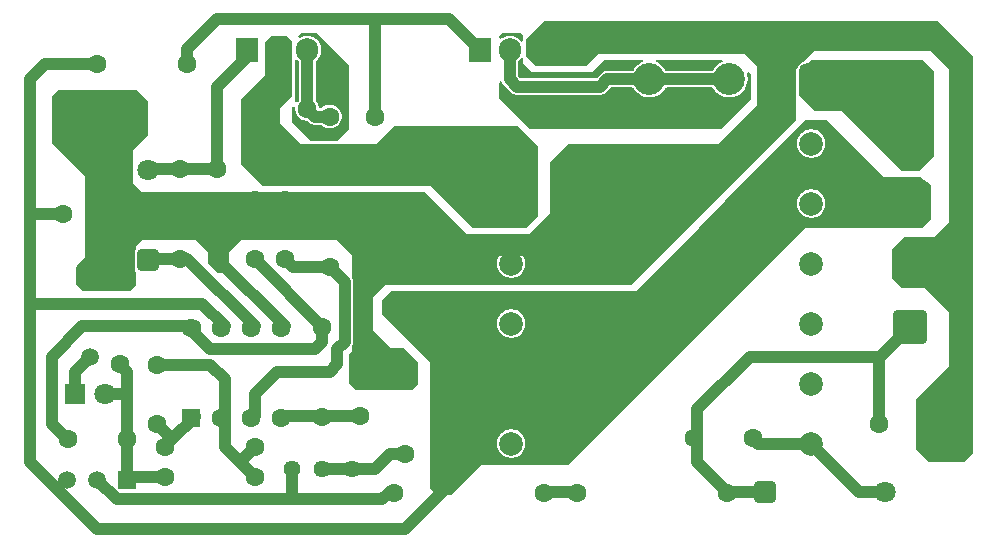
<source format=gbr>
%TF.GenerationSoftware,KiCad,Pcbnew,9.0.6+1*%
%TF.CreationDate,Date%
%TF.ProjectId,StepUp_module_12to450V,53746570-5570-45f6-9d6f-64756c655f31,+ (Unreleased)*%
%TF.SameCoordinates,Original*%
%TF.FileFunction,Copper,L2,Bot*%
%TF.FilePolarity,Positive*%
%FSLAX46Y46*%
G04 Gerber Fmt 4.6, Leading zero omitted, Abs format (unit mm)*
G04 Created by KiCad*
%MOMM*%
%LPD*%
G01*
G04 APERTURE LIST*
G04 Aperture macros list*
%AMRoundRect*
0 Rectangle with rounded corners*
0 $1 Rounding radius*
0 $2 $3 $4 $5 $6 $7 $8 $9 X,Y pos of 4 corners*
0 Add a 4 corners polygon primitive as box body*
4,1,4,$2,$3,$4,$5,$6,$7,$8,$9,$2,$3,0*
0 Add four circle primitives for the rounded corners*
1,1,$1+$1,$2,$3*
1,1,$1+$1,$4,$5*
1,1,$1+$1,$6,$7*
1,1,$1+$1,$8,$9*
0 Add four rect primitives between the rounded corners*
20,1,$1+$1,$2,$3,$4,$5,0*
20,1,$1+$1,$4,$5,$6,$7,0*
20,1,$1+$1,$6,$7,$8,$9,0*
20,1,$1+$1,$8,$9,$2,$3,0*%
G04 Aperture macros list end*
%TA.AperFunction,ComponentPad*%
%ADD10C,1.600000*%
%TD*%
%TA.AperFunction,ComponentPad*%
%ADD11R,1.800000X1.800000*%
%TD*%
%TA.AperFunction,ComponentPad*%
%ADD12C,1.800000*%
%TD*%
%TA.AperFunction,ComponentPad*%
%ADD13RoundRect,0.250001X1.149999X-1.149999X1.149999X1.149999X-1.149999X1.149999X-1.149999X-1.149999X0*%
%TD*%
%TA.AperFunction,ComponentPad*%
%ADD14C,2.800000*%
%TD*%
%TA.AperFunction,ComponentPad*%
%ADD15R,2.000000X2.000000*%
%TD*%
%TA.AperFunction,ComponentPad*%
%ADD16C,2.000000*%
%TD*%
%TA.AperFunction,ComponentPad*%
%ADD17R,1.905000X2.000000*%
%TD*%
%TA.AperFunction,ComponentPad*%
%ADD18O,1.905000X2.000000*%
%TD*%
%TA.AperFunction,ComponentPad*%
%ADD19R,1.500000X1.500000*%
%TD*%
%TA.AperFunction,ComponentPad*%
%ADD20C,1.500000*%
%TD*%
%TA.AperFunction,ComponentPad*%
%ADD21RoundRect,0.250000X0.550000X-0.550000X0.550000X0.550000X-0.550000X0.550000X-0.550000X-0.550000X0*%
%TD*%
%TA.AperFunction,ComponentPad*%
%ADD22RoundRect,0.675000X0.675000X0.675000X-0.675000X0.675000X-0.675000X-0.675000X0.675000X-0.675000X0*%
%TD*%
%TA.AperFunction,ComponentPad*%
%ADD23C,2.700000*%
%TD*%
%TA.AperFunction,ComponentPad*%
%ADD24C,1.440000*%
%TD*%
%TA.AperFunction,ComponentPad*%
%ADD25RoundRect,0.250000X0.650000X-0.650000X0.650000X0.650000X-0.650000X0.650000X-0.650000X-0.650000X0*%
%TD*%
%TA.AperFunction,ComponentPad*%
%ADD26RoundRect,0.250000X-0.650000X-0.650000X0.650000X-0.650000X0.650000X0.650000X-0.650000X0.650000X0*%
%TD*%
%TA.AperFunction,ViaPad*%
%ADD27C,1.500000*%
%TD*%
%TA.AperFunction,Conductor*%
%ADD28C,1.000000*%
%TD*%
G04 APERTURE END LIST*
D10*
%TO.P,C4,1*%
%TO.N,/Block Diagram/Schematic/Isns*%
X118923504Y-76672284D03*
%TO.P,C4,2*%
%TO.N,GND*%
X118923504Y-71672284D03*
%TD*%
%TO.P,R11,1*%
%TO.N,/Block Diagram/Schematic/B*%
X128168400Y-96494600D03*
%TO.P,R11,2*%
%TO.N,Net-(R10-Pad1)*%
X140868400Y-96494600D03*
%TD*%
%TO.P,C1,1*%
%TO.N,/Block Diagram/Schematic/Emm*%
X105588504Y-91952284D03*
%TO.P,C1,2*%
%TO.N,/Block Diagram/Schematic/Vref*%
X100588504Y-91952284D03*
%TD*%
D11*
%TO.P,D3,1,K*%
%TO.N,GND*%
X101143504Y-88142284D03*
D12*
%TO.P,D3,2,A*%
%TO.N,/Block Diagram/Schematic/Emm*%
X103683504Y-88142284D03*
%TD*%
D10*
%TO.P,R10,1*%
%TO.N,Net-(R10-Pad1)*%
X143687800Y-96494600D03*
%TO.P,R10,2*%
%TO.N,/Block Diagram/Schematic/Vout+*%
X156387800Y-96494600D03*
%TD*%
D13*
%TO.P,J1,1,Pin_1*%
%TO.N,/Block Diagram/Schematic/Vout+*%
X171882504Y-82441284D03*
D14*
%TO.P,J1,2,Pin_2*%
%TO.N,GND*%
X171882504Y-77441284D03*
%TO.P,J1,3,Pin_3*%
%TO.N,/Block Diagram/Schematic/Vin+*%
X171882504Y-72441284D03*
%TO.P,J1,4,Pin_4*%
%TO.N,/Block Diagram/Schematic/Vin-*%
X171882504Y-67441284D03*
%TD*%
D10*
%TO.P,R4,1*%
%TO.N,Net-(R4-Pad1)*%
X129083504Y-93222284D03*
%TO.P,R4,2*%
%TO.N,GND*%
X129083504Y-85602284D03*
%TD*%
%TO.P,R5,1*%
%TO.N,/Block Diagram/Schematic/RT_CT*%
X122098504Y-90047284D03*
%TO.P,R5,2*%
%TO.N,/Block Diagram/Schematic/Vref*%
X122098504Y-82427284D03*
%TD*%
%TO.P,C5,1*%
%TO.N,/Block Diagram/Schematic/Vref*%
X116383504Y-76712284D03*
%TO.P,C5,2*%
%TO.N,GND*%
X116383504Y-71712284D03*
%TD*%
%TO.P,C8,1*%
%TO.N,/Block Diagram/Schematic/Vout+*%
X169260827Y-90682284D03*
%TO.P,C8,2*%
%TO.N,GND*%
X174260827Y-90682284D03*
%TD*%
D15*
%TO.P,TR1,1*%
%TO.N,/Block Diagram/Schematic/SW*%
X138100504Y-66933284D03*
D16*
%TO.P,TR1,2*%
X138100504Y-72013284D03*
%TO.P,TR1,3*%
%TO.N,N/C*%
X138100504Y-77093284D03*
%TO.P,TR1,4*%
X138100504Y-82173284D03*
%TO.P,TR1,5*%
%TO.N,/Block Diagram/Schematic/Vin+*%
X138100504Y-87253284D03*
%TO.P,TR1,6*%
%TO.N,N/C*%
X138100504Y-92333284D03*
%TO.P,TR1,7*%
%TO.N,/Block Diagram/Schematic/Out_trafo*%
X163500504Y-92333284D03*
%TO.P,TR1,8*%
%TO.N,N/C*%
X163500504Y-87253284D03*
%TO.P,TR1,9*%
X163500504Y-82173284D03*
%TO.P,TR1,10*%
X163500504Y-77093284D03*
%TO.P,TR1,11*%
X163500504Y-72013284D03*
%TO.P,TR1,12*%
X163500504Y-66933284D03*
%TD*%
D17*
%TO.P,Q1,1,G*%
%TO.N,/Block Diagram/Schematic/G*%
X115748504Y-58992284D03*
D18*
%TO.P,Q1,2,D*%
%TO.N,/Block Diagram/Schematic/SW*%
X118288504Y-58992284D03*
%TO.P,Q1,3,S*%
%TO.N,/Block Diagram/Schematic/Src*%
X120828504Y-58992284D03*
%TD*%
D10*
%TO.P,R9,1*%
%TO.N,/Block Diagram/Schematic/Src*%
X120828504Y-64012284D03*
%TO.P,R9,2*%
%TO.N,GND*%
X105588504Y-64012284D03*
%TD*%
%TO.P,C3,1*%
%TO.N,/Block Diagram/Schematic/RT_CT*%
X125273504Y-90007284D03*
%TO.P,C3,2*%
%TO.N,GND*%
X125273504Y-85007284D03*
%TD*%
%TO.P,C2,1*%
%TO.N,/Block Diagram/Schematic/Comp*%
X108128504Y-90642284D03*
%TO.P,C2,2*%
%TO.N,/Block Diagram/Schematic/Vfb*%
X108128504Y-85642284D03*
%TD*%
D19*
%TO.P,Q3,1,E*%
%TO.N,/Block Diagram/Schematic/Emm*%
X105588504Y-95402284D03*
D20*
%TO.P,Q3,2,B*%
%TO.N,/Block Diagram/Schematic/B*%
X103048504Y-95402284D03*
%TO.P,Q3,3,C*%
%TO.N,/Block Diagram/Schematic/Vin+*%
X100508504Y-95402284D03*
%TD*%
D10*
%TO.P,R3,1*%
%TO.N,/Block Diagram/Schematic/Comp*%
X108763504Y-92587284D03*
%TO.P,R3,2*%
%TO.N,/Block Diagram/Schematic/Vfb*%
X116383504Y-92587284D03*
%TD*%
D21*
%TO.P,U1,1,COMP*%
%TO.N,/Block Diagram/Schematic/Comp*%
X110998000Y-90165000D03*
D10*
%TO.P,U1,2,VFB*%
%TO.N,/Block Diagram/Schematic/Vfb*%
X113538000Y-90165000D03*
%TO.P,U1,3,ISENSE*%
%TO.N,/Block Diagram/Schematic/Isns*%
X116078000Y-90165000D03*
%TO.P,U1,4,RT_CT*%
%TO.N,/Block Diagram/Schematic/RT_CT*%
X118618000Y-90165000D03*
%TO.P,U1,5,GND*%
%TO.N,GND*%
X118618000Y-82545000D03*
%TO.P,U1,6,OUTPUT*%
%TO.N,Net-(D2-K)*%
X116078000Y-82545000D03*
%TO.P,U1,7,VCC*%
%TO.N,/Block Diagram/Schematic/Vin+*%
X113538000Y-82545000D03*
%TO.P,U1,8,VREF*%
%TO.N,/Block Diagram/Schematic/Vref*%
X110998000Y-82545000D03*
%TD*%
%TO.P,C6,1*%
%TO.N,/Block Diagram/Schematic/Vin+*%
X100125853Y-72902284D03*
%TO.P,C6,2*%
%TO.N,GND*%
X103625853Y-72902284D03*
%TD*%
%TO.P,C9,1*%
%TO.N,/Block Diagram/Schematic/Out_trafo*%
X158583000Y-91897200D03*
%TO.P,C9,2*%
%TO.N,/Block Diagram/Schematic/Vout+*%
X153583000Y-91897200D03*
%TD*%
%TO.P,R8,1*%
%TO.N,Net-(D2-K)*%
X110033504Y-76712284D03*
%TO.P,R8,2*%
%TO.N,/Block Diagram/Schematic/G*%
X110033504Y-69092284D03*
%TD*%
%TO.P,R6,1*%
%TO.N,/Block Diagram/Schematic/Isns*%
X122733504Y-77347284D03*
%TO.P,R6,2*%
%TO.N,/Block Diagram/Schematic/Src*%
X122733504Y-64647284D03*
%TD*%
%TO.P,R13,1*%
%TO.N,Net-(Q2-G)*%
X126543504Y-64647284D03*
%TO.P,R13,2*%
%TO.N,GND*%
X126543504Y-72267284D03*
%TD*%
%TO.P,R2,1*%
%TO.N,/Block Diagram/Schematic/Vfb*%
X116383504Y-95127284D03*
%TO.P,R2,2*%
%TO.N,/Block Diagram/Schematic/Emm*%
X108763504Y-95127284D03*
%TD*%
D22*
%TO.P,F1,1*%
%TO.N,/Block Diagram/Schematic/Vin-*%
X170598504Y-61472284D03*
X163838504Y-61472284D03*
D23*
%TO.P,F1,2*%
%TO.N,Net-(Q2-D)*%
X156558504Y-61472284D03*
X149798504Y-61472284D03*
%TD*%
D10*
%TO.P,R12,1*%
%TO.N,/Block Diagram/Schematic/Emm*%
X104953504Y-85602284D03*
%TO.P,R12,2*%
%TO.N,GND*%
X104953504Y-77982284D03*
%TD*%
D24*
%TO.P,VR1,1,1*%
%TO.N,Net-(R4-Pad1)*%
X124638504Y-94487284D03*
%TO.P,VR1,2,2*%
X122098504Y-94487284D03*
%TO.P,VR1,3,3*%
%TO.N,/Block Diagram/Schematic/B*%
X119558504Y-94487284D03*
%TD*%
D17*
%TO.P,Q2,1,G*%
%TO.N,Net-(Q2-G)*%
X135433504Y-58992284D03*
D18*
%TO.P,Q2,2,D*%
%TO.N,Net-(Q2-D)*%
X137973504Y-58992284D03*
%TO.P,Q2,3,S*%
%TO.N,GND*%
X140513504Y-58992284D03*
%TD*%
D10*
%TO.P,R7,1*%
%TO.N,/Block Diagram/Schematic/G*%
X113208504Y-69092284D03*
%TO.P,R7,2*%
%TO.N,GND*%
X113208504Y-76712284D03*
%TD*%
D25*
%TO.P,D2,1,K*%
%TO.N,Net-(D2-K)*%
X107315000Y-76835000D03*
D12*
%TO.P,D2,2,A*%
%TO.N,/Block Diagram/Schematic/G*%
X107315000Y-69215000D03*
%TD*%
D26*
%TO.P,D4,1,K*%
%TO.N,/Block Diagram/Schematic/Vout+*%
X159563504Y-96397284D03*
D12*
%TO.P,D4,2,A*%
%TO.N,/Block Diagram/Schematic/Out_trafo*%
X169723504Y-96397284D03*
%TD*%
D10*
%TO.P,R14,1*%
%TO.N,Net-(Q2-G)*%
X110668504Y-60202284D03*
%TO.P,R14,2*%
%TO.N,/Block Diagram/Schematic/Vin+*%
X103048504Y-60202284D03*
%TD*%
%TO.P,C7,1*%
%TO.N,/Block Diagram/Schematic/Vin+*%
X130048000Y-80984961D03*
%TO.P,C7,2*%
%TO.N,GND*%
X130048000Y-75984961D03*
%TD*%
D27*
%TO.N,GND*%
X102413504Y-84967284D03*
X102413504Y-77982284D03*
%TD*%
D28*
%TO.N,/Block Diagram/Schematic/Vin+*%
X97333504Y-80522284D02*
X97333504Y-93857284D01*
X97333504Y-80522284D02*
X97333504Y-72902284D01*
X97333504Y-72902284D02*
X97333504Y-61472284D01*
X98603504Y-60202284D02*
X103048504Y-60202284D01*
X132893504Y-95762284D02*
X132893504Y-84332284D01*
X129083504Y-99572284D02*
X132893504Y-95762284D01*
X97333504Y-93857284D02*
X103048504Y-99572284D01*
X111943504Y-80522284D02*
X97333504Y-80522284D01*
X132893504Y-84332284D02*
X130048000Y-81486780D01*
X130048000Y-81486780D02*
X130048000Y-80984961D01*
X103048504Y-99572284D02*
X129083504Y-99572284D01*
X113843504Y-82422284D02*
X111943504Y-80522284D01*
X97333504Y-61472284D02*
X98603504Y-60202284D01*
X100125853Y-72902284D02*
X97333504Y-72902284D01*
%TO.N,/Block Diagram/Schematic/Vref*%
X111303504Y-82422284D02*
X111303504Y-83062284D01*
X99238504Y-84967284D02*
X101783504Y-82422284D01*
X99238504Y-90682284D02*
X99238504Y-84967284D01*
X111303504Y-83062284D02*
X112573504Y-84332284D01*
X100588504Y-91952284D02*
X100508504Y-91952284D01*
X112573504Y-84332284D02*
X121463504Y-84332284D01*
X122098504Y-82427284D02*
X116383504Y-76712284D01*
X121463504Y-84332284D02*
X122098504Y-83697284D01*
X101783504Y-82422284D02*
X111303504Y-82422284D01*
X100508504Y-91952284D02*
X99238504Y-90682284D01*
X122098504Y-83697284D02*
X122098504Y-82427284D01*
%TO.N,/Block Diagram/Schematic/Comp*%
X109398504Y-91952284D02*
X108763504Y-92587284D01*
X111303504Y-90047284D02*
X109398504Y-91952284D01*
X108128504Y-90642284D02*
X109398504Y-91912284D01*
X109398504Y-91912284D02*
X109398504Y-91952284D01*
X111303504Y-90042284D02*
X111303504Y-90047284D01*
%TO.N,/Block Diagram/Schematic/Vfb*%
X108128504Y-85642284D02*
X112613504Y-85642284D01*
X113843504Y-90042284D02*
X113843504Y-92587284D01*
X112613504Y-85642284D02*
X113843504Y-86872284D01*
X113843504Y-92587284D02*
X115113504Y-93857284D01*
X113843504Y-86872284D02*
X113843504Y-90042284D01*
X116383504Y-92587284D02*
X115113504Y-93857284D01*
X115113504Y-93857284D02*
X116383504Y-95127284D01*
%TO.N,/Block Diagram/Schematic/Vout+*%
X169260827Y-84967284D02*
X169260827Y-90682284D01*
X159563504Y-96397284D02*
X156485116Y-96397284D01*
X156485116Y-96397284D02*
X156387800Y-96494600D01*
X158293504Y-84967284D02*
X169260827Y-84967284D01*
X156387800Y-96396580D02*
X153848504Y-93857284D01*
X153848504Y-89412284D02*
X158293504Y-84967284D01*
X169356504Y-84967284D02*
X171882504Y-82441284D01*
X156387800Y-96494600D02*
X156387800Y-96396580D01*
X153848504Y-93857284D02*
X153848504Y-89412284D01*
X169260827Y-84967284D02*
X169356504Y-84967284D01*
%TO.N,/Block Diagram/Schematic/RT_CT*%
X125273504Y-90007284D02*
X118958504Y-90007284D01*
X118958504Y-90007284D02*
X118923504Y-90042284D01*
%TO.N,/Block Diagram/Schematic/Isns*%
X123368504Y-85602284D02*
X123368504Y-84332284D01*
X123368504Y-84332284D02*
X124003504Y-83697284D01*
X116383504Y-90042284D02*
X116383504Y-88142284D01*
X118288504Y-86237284D02*
X122733504Y-86237284D01*
X124003504Y-83697284D02*
X124003504Y-78617284D01*
X122733504Y-86237284D02*
X123368504Y-85602284D01*
X124003504Y-78617284D02*
X122733504Y-77347284D01*
X116383504Y-88142284D02*
X118288504Y-86237284D01*
X122733504Y-77347284D02*
X119598504Y-77347284D01*
X119598504Y-77347284D02*
X118923504Y-76672284D01*
%TO.N,/Block Diagram/Schematic/Emm*%
X105588504Y-91952284D02*
X105588504Y-88142284D01*
X105588504Y-86237284D02*
X104953504Y-85602284D01*
X108763504Y-95127284D02*
X105863504Y-95127284D01*
X105588504Y-88142284D02*
X105588504Y-86237284D01*
X105588504Y-91952284D02*
X105588504Y-95402284D01*
X103683504Y-88142284D02*
X105588504Y-88142284D01*
X105863504Y-95127284D02*
X105588504Y-95402284D01*
%TO.N,/Block Diagram/Schematic/Out_trafo*%
X163500504Y-92333284D02*
X167564504Y-96397284D01*
X159019084Y-92333284D02*
X158583000Y-91897200D01*
X163500504Y-92333284D02*
X159019084Y-92333284D01*
X167564504Y-96397284D02*
X169723504Y-96397284D01*
%TO.N,/Block Diagram/Schematic/Vin-*%
X170598504Y-61472284D02*
X163838504Y-61472284D01*
X171882504Y-62756284D02*
X171882504Y-67441284D01*
X170598504Y-61472284D02*
X171882504Y-62756284D01*
%TO.N,/Block Diagram/Schematic/Src*%
X120828504Y-58992284D02*
X120828504Y-64012284D01*
X122733504Y-64647284D02*
X121463504Y-64647284D01*
X121463504Y-64647284D02*
X120828504Y-64012284D01*
%TO.N,/Block Diagram/Schematic/G*%
X113208504Y-62107284D02*
X113208504Y-69092284D01*
X110033504Y-69092284D02*
X107437716Y-69092284D01*
X115748504Y-59567284D02*
X113208504Y-62107284D01*
X110033504Y-69092284D02*
X113208504Y-69092284D01*
X115748504Y-58992284D02*
X115748504Y-59567284D01*
X107437716Y-69092284D02*
X107315000Y-69215000D01*
%TO.N,/Block Diagram/Schematic/B*%
X127716188Y-96494600D02*
X127178504Y-97032284D01*
X128168400Y-96494600D02*
X127716188Y-96494600D01*
X119558504Y-97032284D02*
X119558504Y-94487284D01*
X104678504Y-97032284D02*
X103048504Y-95402284D01*
X119558504Y-97032284D02*
X104678504Y-97032284D01*
X127178504Y-97032284D02*
X119558504Y-97032284D01*
%TO.N,GND*%
X123448504Y-71712284D02*
X116383504Y-71712284D01*
X105588504Y-72902284D02*
X113208504Y-72902284D01*
X104953504Y-77982284D02*
X102413504Y-77982284D01*
X125273504Y-76077284D02*
X125273504Y-72267284D01*
X176073504Y-88869607D02*
X176073504Y-59567284D01*
X141843504Y-57662284D02*
X140513504Y-58992284D01*
X102413504Y-84967284D02*
X101143504Y-86237284D01*
X125273504Y-85007284D02*
X125273504Y-76077284D01*
X174260827Y-90682284D02*
X176073504Y-88869607D01*
X118918504Y-82422284D02*
X113208504Y-76712284D01*
X176073504Y-59567284D02*
X174168504Y-57662284D01*
X148133504Y-76077284D02*
X148041181Y-75984961D01*
X118923504Y-82422284D02*
X118918504Y-82422284D01*
X148041181Y-75984961D02*
X130048000Y-75984961D01*
X105588504Y-64012284D02*
X105588504Y-72902284D01*
X130048000Y-75984961D02*
X125365827Y-75984961D01*
X113208504Y-72267284D02*
X113763504Y-71712284D01*
X104953504Y-72902284D02*
X105588504Y-72902284D01*
X101143504Y-86237284D02*
X101143504Y-88142284D01*
X113763504Y-71712284D02*
X116383504Y-71712284D01*
X125365827Y-75984961D02*
X125273504Y-76077284D01*
X160833504Y-63377284D02*
X148133504Y-76077284D01*
X103625853Y-72902284D02*
X104953504Y-72902284D01*
X125868504Y-85602284D02*
X125273504Y-85007284D01*
X113208504Y-72902284D02*
X113208504Y-72267284D01*
X104953504Y-77982284D02*
X104953504Y-72902284D01*
X113208504Y-76712284D02*
X113208504Y-72902284D01*
X160833504Y-57662284D02*
X160833504Y-63377284D01*
X125273504Y-72267284D02*
X126543504Y-72267284D01*
X124003504Y-72267284D02*
X123448504Y-71712284D01*
X129083504Y-85602284D02*
X125868504Y-85602284D01*
X174168504Y-57662284D02*
X160833504Y-57662284D01*
X125273504Y-72267284D02*
X124003504Y-72267284D01*
X160833504Y-57662284D02*
X141843504Y-57662284D01*
%TO.N,Net-(R10-Pad1)*%
X143687800Y-96494600D02*
X143590484Y-96397284D01*
X143590484Y-96397284D02*
X140965716Y-96397284D01*
X140965716Y-96397284D02*
X140868400Y-96494600D01*
%TO.N,Net-(R4-Pad1)*%
X122098504Y-94487284D02*
X126548504Y-94487284D01*
X126548504Y-94487284D02*
X127813504Y-93222284D01*
X127813504Y-93222284D02*
X129083504Y-93222284D01*
%TO.N,Net-(Q2-G)*%
X135433504Y-58992284D02*
X132833504Y-56392284D01*
X126543504Y-56392284D02*
X126543504Y-64647284D01*
X113208504Y-56392284D02*
X126543504Y-56392284D01*
X110668504Y-60202284D02*
X110668504Y-58932284D01*
X110668504Y-58932284D02*
X113208504Y-56392284D01*
X132833504Y-56392284D02*
X126543504Y-56392284D01*
%TO.N,Net-(D2-K)*%
X116383504Y-82422284D02*
X110673504Y-76712284D01*
X107437716Y-76712284D02*
X107315000Y-76835000D01*
X110673504Y-76712284D02*
X110033504Y-76712284D01*
X110033504Y-76712284D02*
X107437716Y-76712284D01*
%TO.N,Net-(Q2-D)*%
X146228504Y-61472284D02*
X156558504Y-61472284D01*
X137973504Y-61472284D02*
X138608504Y-62107284D01*
X138608504Y-62107284D02*
X145593504Y-62107284D01*
X145593504Y-62107284D02*
X146228504Y-61472284D01*
X137973504Y-58992284D02*
X137973504Y-61472284D01*
%TD*%
%TA.AperFunction,NonConductor*%
G36*
X138878181Y-57554969D02*
G01*
X138898823Y-57571603D01*
X139080185Y-57752965D01*
X139113670Y-57814288D01*
X139116504Y-57840646D01*
X139116504Y-58174755D01*
X139096819Y-58241794D01*
X139044015Y-58287549D01*
X138974857Y-58297493D01*
X138911301Y-58268468D01*
X138892186Y-58247641D01*
X138862221Y-58206398D01*
X138852963Y-58193655D01*
X138724633Y-58065325D01*
X138577808Y-57958650D01*
X138574697Y-57957065D01*
X138416099Y-57876255D01*
X138243502Y-57820175D01*
X138109060Y-57798881D01*
X138064247Y-57791784D01*
X137882761Y-57791784D01*
X137823010Y-57801247D01*
X137703507Y-57820175D01*
X137703504Y-57820175D01*
X137530908Y-57876255D01*
X137369199Y-57958650D01*
X137281390Y-58022448D01*
X137269529Y-58026679D01*
X137260015Y-58034924D01*
X137237249Y-58038197D01*
X137215583Y-58045928D01*
X137203318Y-58043076D01*
X137190857Y-58044868D01*
X137169934Y-58035313D01*
X137147529Y-58030103D01*
X137138753Y-58021073D01*
X137127301Y-58015843D01*
X137114865Y-57996493D01*
X137098834Y-57979997D01*
X137095429Y-57966249D01*
X137089527Y-57957065D01*
X137084504Y-57922130D01*
X137084504Y-57840646D01*
X137104189Y-57773607D01*
X137120823Y-57752965D01*
X137302185Y-57571603D01*
X137363508Y-57538118D01*
X137389866Y-57535284D01*
X138811142Y-57535284D01*
X138878181Y-57554969D01*
G37*
%TD.AperFunction*%
%TA.AperFunction,NonConductor*%
G36*
X155873120Y-59823078D02*
G01*
X155879382Y-59821903D01*
X155906241Y-59832804D01*
X155934047Y-59840969D01*
X155938217Y-59845782D01*
X155944123Y-59848179D01*
X155960827Y-59871875D01*
X155979802Y-59893773D01*
X155980708Y-59900077D01*
X155984380Y-59905286D01*
X155985621Y-59934244D01*
X155989746Y-59962931D01*
X155987099Y-59968726D01*
X155987372Y-59975091D01*
X155972762Y-60000120D01*
X155960721Y-60026487D01*
X155954555Y-60031311D01*
X155952150Y-60035433D01*
X155923303Y-60055769D01*
X155745861Y-60146180D01*
X155548427Y-60289623D01*
X155548422Y-60289627D01*
X155375847Y-60462202D01*
X155375843Y-60462207D01*
X155232405Y-60659634D01*
X155232396Y-60659648D01*
X155209759Y-60704078D01*
X155161785Y-60754874D01*
X155099274Y-60771784D01*
X151257734Y-60771784D01*
X151190695Y-60752099D01*
X151147249Y-60704078D01*
X151124610Y-60659645D01*
X151122820Y-60657182D01*
X150981164Y-60462207D01*
X150981160Y-60462202D01*
X150808585Y-60289627D01*
X150808580Y-60289623D01*
X150611146Y-60146180D01*
X150611145Y-60146179D01*
X150611143Y-60146178D01*
X150433705Y-60055769D01*
X150382909Y-60007794D01*
X150366114Y-59939973D01*
X150388651Y-59873839D01*
X150443366Y-59830387D01*
X150490000Y-59821284D01*
X155867008Y-59821284D01*
X155873120Y-59823078D01*
G37*
%TD.AperFunction*%
%TA.AperFunction,NonConductor*%
G36*
X139078924Y-59720888D02*
G01*
X139113281Y-59781726D01*
X139116504Y-59809812D01*
X139116504Y-60075284D01*
X139878504Y-60837284D01*
X144958504Y-60837284D01*
X145938185Y-59857603D01*
X145999508Y-59824118D01*
X146025866Y-59821284D01*
X149107008Y-59821284D01*
X149174047Y-59840969D01*
X149219802Y-59893773D01*
X149229746Y-59962931D01*
X149200721Y-60026487D01*
X149163303Y-60055769D01*
X148985861Y-60146180D01*
X148788427Y-60289623D01*
X148788422Y-60289627D01*
X148615847Y-60462202D01*
X148615843Y-60462207D01*
X148472405Y-60659634D01*
X148472396Y-60659648D01*
X148449759Y-60704078D01*
X148401785Y-60754874D01*
X148339274Y-60771784D01*
X146159508Y-60771784D01*
X146024181Y-60798702D01*
X146024171Y-60798705D01*
X145896696Y-60851506D01*
X145781958Y-60928171D01*
X145781957Y-60928172D01*
X145339666Y-61370465D01*
X145278343Y-61403950D01*
X145251985Y-61406784D01*
X138950023Y-61406784D01*
X138920582Y-61398139D01*
X138890596Y-61391616D01*
X138885580Y-61387861D01*
X138882984Y-61387099D01*
X138862342Y-61370465D01*
X138710323Y-61218446D01*
X138676838Y-61157123D01*
X138674004Y-61130765D01*
X138674004Y-60019208D01*
X138693689Y-59952169D01*
X138721335Y-59922900D01*
X138720920Y-59922415D01*
X138724627Y-59919247D01*
X138724633Y-59919243D01*
X138852963Y-59790913D01*
X138892186Y-59736926D01*
X138947516Y-59694261D01*
X139017129Y-59688282D01*
X139078924Y-59720888D01*
G37*
%TD.AperFunction*%
%TA.AperFunction,NonConductor*%
G36*
X158219701Y-60903354D02*
G01*
X158259113Y-60929893D01*
X158384185Y-61054965D01*
X158417670Y-61116288D01*
X158420504Y-61142646D01*
X158420504Y-63071922D01*
X158400819Y-63138961D01*
X158384185Y-63159603D01*
X155916823Y-65626965D01*
X155855500Y-65660450D01*
X155829142Y-65663284D01*
X139675866Y-65663284D01*
X139608827Y-65643599D01*
X139588185Y-65626965D01*
X137120823Y-63159603D01*
X137087338Y-63098280D01*
X137084504Y-63071922D01*
X137084504Y-61779932D01*
X137104189Y-61712893D01*
X137156993Y-61667138D01*
X137226151Y-61657194D01*
X137289707Y-61686219D01*
X137323065Y-61732480D01*
X137352729Y-61804095D01*
X137403836Y-61880583D01*
X137429391Y-61918829D01*
X138161958Y-62651396D01*
X138276696Y-62728061D01*
X138404171Y-62780862D01*
X138404176Y-62780864D01*
X138404180Y-62780864D01*
X138404181Y-62780865D01*
X138539507Y-62807784D01*
X138539510Y-62807784D01*
X145662500Y-62807784D01*
X145753544Y-62789673D01*
X145797832Y-62780864D01*
X145861573Y-62754461D01*
X145925311Y-62728061D01*
X145925312Y-62728060D01*
X145925315Y-62728059D01*
X146040047Y-62651398D01*
X146482342Y-62209103D01*
X146543665Y-62175618D01*
X146570023Y-62172784D01*
X148339274Y-62172784D01*
X148406313Y-62192469D01*
X148449757Y-62240488D01*
X148472398Y-62284923D01*
X148472402Y-62284929D01*
X148472405Y-62284933D01*
X148615843Y-62482360D01*
X148615847Y-62482365D01*
X148788422Y-62654940D01*
X148788427Y-62654944D01*
X148960640Y-62780063D01*
X148985865Y-62798390D01*
X149203319Y-62909188D01*
X149435428Y-62984605D01*
X149676477Y-63022784D01*
X149676478Y-63022784D01*
X149920530Y-63022784D01*
X149920531Y-63022784D01*
X150161580Y-62984605D01*
X150393689Y-62909188D01*
X150611143Y-62798390D01*
X150808587Y-62654939D01*
X150981159Y-62482367D01*
X151124610Y-62284923D01*
X151147250Y-62240488D01*
X151195223Y-62189694D01*
X151257734Y-62172784D01*
X155099274Y-62172784D01*
X155166313Y-62192469D01*
X155209757Y-62240488D01*
X155232398Y-62284923D01*
X155232402Y-62284929D01*
X155232405Y-62284933D01*
X155375843Y-62482360D01*
X155375847Y-62482365D01*
X155548422Y-62654940D01*
X155548427Y-62654944D01*
X155720640Y-62780063D01*
X155745865Y-62798390D01*
X155963319Y-62909188D01*
X156195428Y-62984605D01*
X156436477Y-63022784D01*
X156436478Y-63022784D01*
X156680530Y-63022784D01*
X156680531Y-63022784D01*
X156921580Y-62984605D01*
X157153689Y-62909188D01*
X157371143Y-62798390D01*
X157568587Y-62654939D01*
X157741159Y-62482367D01*
X157884610Y-62284923D01*
X157995408Y-62067469D01*
X158070825Y-61835360D01*
X158109004Y-61594311D01*
X158109004Y-61350257D01*
X158070825Y-61109208D01*
X158053500Y-61055890D01*
X158051506Y-60986051D01*
X158087586Y-60926218D01*
X158150287Y-60895390D01*
X158219701Y-60903354D01*
G37*
%TD.AperFunction*%
%TA.AperFunction,Conductor*%
%TO.N,GND*%
G36*
X174184181Y-56538969D02*
G01*
X174204823Y-56555603D01*
X177180185Y-59530965D01*
X177213670Y-59592288D01*
X177216504Y-59618646D01*
X177216504Y-93043922D01*
X177196819Y-93110961D01*
X177180185Y-93131603D01*
X176490823Y-93820965D01*
X176429500Y-93854450D01*
X176403142Y-93857284D01*
X173457866Y-93857284D01*
X173390827Y-93837599D01*
X173370185Y-93820965D01*
X172426823Y-92877603D01*
X172393338Y-92816280D01*
X172390504Y-92789922D01*
X172390504Y-88574646D01*
X172410189Y-88507607D01*
X172426823Y-88486965D01*
X173711866Y-87201922D01*
X175184504Y-85729284D01*
X175184504Y-81157284D01*
X173152504Y-79125284D01*
X171171866Y-79125284D01*
X171104827Y-79105599D01*
X171084185Y-79088965D01*
X170394823Y-78399603D01*
X170361338Y-78338280D01*
X170358504Y-78311922D01*
X170358504Y-75874646D01*
X170378189Y-75807607D01*
X170394823Y-75786965D01*
X171338185Y-74843603D01*
X171399508Y-74810118D01*
X171425866Y-74807284D01*
X173914504Y-74807284D01*
X175184504Y-73537284D01*
X175184504Y-60583284D01*
X173660504Y-59059284D01*
X163754503Y-59059284D01*
X162841121Y-59972665D01*
X162808535Y-59996072D01*
X162689208Y-60055253D01*
X162540782Y-60174561D01*
X162540781Y-60174562D01*
X162421473Y-60322988D01*
X162362293Y-60442313D01*
X162338887Y-60474898D01*
X162230504Y-60583282D01*
X162230504Y-64849922D01*
X162210819Y-64916961D01*
X162194185Y-64937603D01*
X148296823Y-78834965D01*
X148235500Y-78868450D01*
X148209142Y-78871284D01*
X127432503Y-78871284D01*
X126416504Y-79887283D01*
X126416504Y-79887284D01*
X126416504Y-82681284D01*
X127940504Y-84205284D01*
X128905142Y-84205284D01*
X128972181Y-84224969D01*
X128992823Y-84241603D01*
X130190185Y-85438965D01*
X130223670Y-85500288D01*
X130226504Y-85526646D01*
X130226504Y-87201922D01*
X130206819Y-87268961D01*
X130190185Y-87289603D01*
X129754823Y-87724965D01*
X129693500Y-87758450D01*
X129667142Y-87761284D01*
X124943866Y-87761284D01*
X124876827Y-87741599D01*
X124856185Y-87724965D01*
X124420823Y-87289603D01*
X124387338Y-87228280D01*
X124384504Y-87201922D01*
X124384504Y-84764646D01*
X124404189Y-84697607D01*
X124420823Y-84676965D01*
X124638504Y-84459284D01*
X124638504Y-84019417D01*
X124647943Y-83971964D01*
X124677084Y-83901612D01*
X124685893Y-83857324D01*
X124704004Y-83766280D01*
X124704004Y-78548288D01*
X124677085Y-78412961D01*
X124677084Y-78412960D01*
X124677084Y-78412956D01*
X124647943Y-78342602D01*
X124638504Y-78295150D01*
X124638504Y-76998797D01*
X136900004Y-76998797D01*
X136900004Y-77187770D01*
X136929563Y-77374402D01*
X136987958Y-77554120D01*
X137028830Y-77634335D01*
X137073744Y-77722483D01*
X137184814Y-77875357D01*
X137318431Y-78008974D01*
X137471305Y-78120044D01*
X137550851Y-78160574D01*
X137639667Y-78205829D01*
X137639669Y-78205829D01*
X137639672Y-78205831D01*
X137726108Y-78233916D01*
X137819385Y-78264224D01*
X138006018Y-78293784D01*
X138006023Y-78293784D01*
X138194990Y-78293784D01*
X138381622Y-78264224D01*
X138561336Y-78205831D01*
X138729703Y-78120044D01*
X138882577Y-78008974D01*
X139016194Y-77875357D01*
X139127264Y-77722483D01*
X139213051Y-77554116D01*
X139271444Y-77374402D01*
X139278222Y-77331607D01*
X139301004Y-77187770D01*
X139301004Y-76998797D01*
X139271444Y-76812165D01*
X139238086Y-76709502D01*
X139213051Y-76632452D01*
X139213049Y-76632449D01*
X139213049Y-76632447D01*
X139127263Y-76464084D01*
X139016194Y-76311211D01*
X138882577Y-76177594D01*
X138729703Y-76066524D01*
X138561340Y-75980738D01*
X138381622Y-75922343D01*
X138194990Y-75892784D01*
X138194985Y-75892784D01*
X138006023Y-75892784D01*
X138006018Y-75892784D01*
X137819385Y-75922343D01*
X137639667Y-75980738D01*
X137471304Y-76066524D01*
X137424815Y-76100301D01*
X137318431Y-76177594D01*
X137318429Y-76177596D01*
X137318428Y-76177596D01*
X137184816Y-76311208D01*
X137184816Y-76311209D01*
X137184814Y-76311211D01*
X137170230Y-76331284D01*
X137073744Y-76464084D01*
X136987958Y-76632447D01*
X136929563Y-76812165D01*
X136900004Y-76998797D01*
X124638504Y-76998797D01*
X124638504Y-76331284D01*
X123368504Y-75061284D01*
X115240504Y-75061284D01*
X115240503Y-75061284D01*
X114224504Y-76077283D01*
X114224504Y-77295922D01*
X114204819Y-77362961D01*
X114188185Y-77383603D01*
X113752823Y-77818965D01*
X113691500Y-77852450D01*
X113665142Y-77855284D01*
X113259866Y-77855284D01*
X113192827Y-77835599D01*
X113172185Y-77818965D01*
X112482823Y-77129603D01*
X112449338Y-77068280D01*
X112446504Y-77041922D01*
X112446504Y-76077284D01*
X111430504Y-75061284D01*
X106858504Y-75061284D01*
X106858503Y-75061284D01*
X106350504Y-75569283D01*
X106350504Y-75811676D01*
X106330819Y-75878715D01*
X106326274Y-75885309D01*
X106262209Y-75972113D01*
X106262206Y-75972119D01*
X106217353Y-76100298D01*
X106217353Y-76100300D01*
X106214500Y-76130730D01*
X106214500Y-77539269D01*
X106217353Y-77569699D01*
X106217353Y-77569701D01*
X106262206Y-77697880D01*
X106262209Y-77697886D01*
X106326274Y-77784691D01*
X106350245Y-77850320D01*
X106350504Y-77858324D01*
X106350504Y-78819922D01*
X106330819Y-78886961D01*
X106314185Y-78907603D01*
X105878823Y-79342965D01*
X105817500Y-79376450D01*
X105791142Y-79379284D01*
X101829866Y-79379284D01*
X101762827Y-79359599D01*
X101742185Y-79342965D01*
X101306823Y-78907603D01*
X101273338Y-78846280D01*
X101270504Y-78819922D01*
X101270504Y-77398646D01*
X101290189Y-77331607D01*
X101306823Y-77310965D01*
X101618991Y-76998797D01*
X102032504Y-76585284D01*
X102032504Y-69727284D01*
X99274823Y-66969603D01*
X99241338Y-66908280D01*
X99238504Y-66881922D01*
X99238504Y-62920646D01*
X99258189Y-62853607D01*
X99274823Y-62832965D01*
X99710185Y-62397603D01*
X99771508Y-62364118D01*
X99797866Y-62361284D01*
X106299142Y-62361284D01*
X106366181Y-62380969D01*
X106386823Y-62397603D01*
X107330185Y-63340965D01*
X107363670Y-63402288D01*
X107366504Y-63428646D01*
X107366504Y-66119922D01*
X107346819Y-66186961D01*
X107330185Y-66207603D01*
X106096504Y-67441283D01*
X106096504Y-67441284D01*
X106096504Y-70235284D01*
X106858504Y-70997284D01*
X130683142Y-70997284D01*
X130750181Y-71016969D01*
X130770823Y-71033603D01*
X134290504Y-74553284D01*
X139624504Y-74553284D01*
X141402504Y-72775284D01*
X141402504Y-68508646D01*
X141422189Y-68441607D01*
X141438823Y-68420965D01*
X142890185Y-66969603D01*
X142951508Y-66936118D01*
X142977866Y-66933284D01*
X155626504Y-66933284D01*
X158928504Y-63631284D01*
X158928504Y-60329284D01*
X157912504Y-59313284D01*
X145466503Y-59313284D01*
X144486823Y-60292965D01*
X144425500Y-60326450D01*
X144399142Y-60329284D01*
X140183866Y-60329284D01*
X140116827Y-60309599D01*
X140096185Y-60292965D01*
X139406823Y-59603603D01*
X139373338Y-59542280D01*
X139370504Y-59515922D01*
X139370504Y-58094646D01*
X139390189Y-58027607D01*
X139406823Y-58006965D01*
X140858185Y-56555603D01*
X140919508Y-56522118D01*
X140945866Y-56519284D01*
X174117142Y-56519284D01*
X174184181Y-56538969D01*
G37*
%TD.AperFunction*%
%TD*%
%TA.AperFunction,Conductor*%
%TO.N,/Block Diagram/Schematic/Vin+*%
G36*
X164786181Y-64920969D02*
G01*
X164806823Y-64937603D01*
X169596504Y-69727284D01*
X172603171Y-69727284D01*
X172670210Y-69746969D01*
X172677571Y-69752084D01*
X173610904Y-70452084D01*
X173652725Y-70508055D01*
X173660504Y-70551284D01*
X173660504Y-73231922D01*
X173640819Y-73298961D01*
X173624185Y-73319603D01*
X172934823Y-74008965D01*
X172873500Y-74042450D01*
X172847142Y-74045284D01*
X162992503Y-74045284D01*
X142962823Y-94074965D01*
X142901500Y-94108450D01*
X142875142Y-94111284D01*
X135560503Y-94111284D01*
X133056823Y-96614965D01*
X132995500Y-96648450D01*
X132969142Y-96651284D01*
X131801866Y-96651284D01*
X131734827Y-96631599D01*
X131714185Y-96614965D01*
X131278823Y-96179603D01*
X131245338Y-96118280D01*
X131242504Y-96091922D01*
X131242504Y-92238797D01*
X136900004Y-92238797D01*
X136900004Y-92427770D01*
X136929563Y-92614402D01*
X136987958Y-92794120D01*
X137057422Y-92930449D01*
X137073744Y-92962483D01*
X137184814Y-93115357D01*
X137318431Y-93248974D01*
X137471305Y-93360044D01*
X137550851Y-93400574D01*
X137639667Y-93445829D01*
X137639669Y-93445829D01*
X137639672Y-93445831D01*
X137736001Y-93477130D01*
X137819385Y-93504224D01*
X138006018Y-93533784D01*
X138006023Y-93533784D01*
X138194990Y-93533784D01*
X138381622Y-93504224D01*
X138561336Y-93445831D01*
X138729703Y-93360044D01*
X138882577Y-93248974D01*
X139016194Y-93115357D01*
X139127264Y-92962483D01*
X139213051Y-92794116D01*
X139271444Y-92614402D01*
X139276180Y-92584502D01*
X139301004Y-92427770D01*
X139301004Y-92238797D01*
X139271444Y-92052165D01*
X139213049Y-91872447D01*
X139127263Y-91704084D01*
X139016194Y-91551211D01*
X138882577Y-91417594D01*
X138729703Y-91306524D01*
X138561340Y-91220738D01*
X138381622Y-91162343D01*
X138194990Y-91132784D01*
X138194985Y-91132784D01*
X138006023Y-91132784D01*
X138006018Y-91132784D01*
X137819385Y-91162343D01*
X137639667Y-91220738D01*
X137471304Y-91306524D01*
X137384083Y-91369894D01*
X137318431Y-91417594D01*
X137318429Y-91417596D01*
X137318428Y-91417596D01*
X137184816Y-91551208D01*
X137184816Y-91551209D01*
X137184814Y-91551211D01*
X137171951Y-91568916D01*
X137073744Y-91704084D01*
X136987958Y-91872447D01*
X136929563Y-92052165D01*
X136900004Y-92238797D01*
X131242504Y-92238797D01*
X131242504Y-85475284D01*
X127846017Y-82078797D01*
X136900004Y-82078797D01*
X136900004Y-82267770D01*
X136929563Y-82454402D01*
X136987958Y-82634120D01*
X137073744Y-82802483D01*
X137184814Y-82955357D01*
X137318431Y-83088974D01*
X137471305Y-83200044D01*
X137550851Y-83240574D01*
X137639667Y-83285829D01*
X137639669Y-83285829D01*
X137639672Y-83285831D01*
X137736001Y-83317130D01*
X137819385Y-83344224D01*
X138006018Y-83373784D01*
X138006023Y-83373784D01*
X138194990Y-83373784D01*
X138381622Y-83344224D01*
X138561336Y-83285831D01*
X138729703Y-83200044D01*
X138882577Y-83088974D01*
X139016194Y-82955357D01*
X139127264Y-82802483D01*
X139213051Y-82634116D01*
X139271444Y-82454402D01*
X139301004Y-82267770D01*
X139301004Y-82078797D01*
X139271444Y-81892165D01*
X139213049Y-81712447D01*
X139127263Y-81544084D01*
X139016194Y-81391211D01*
X138882577Y-81257594D01*
X138729703Y-81146524D01*
X138561340Y-81060738D01*
X138381622Y-81002343D01*
X138194990Y-80972784D01*
X138194985Y-80972784D01*
X138006023Y-80972784D01*
X138006018Y-80972784D01*
X137819385Y-81002343D01*
X137639667Y-81060738D01*
X137471304Y-81146524D01*
X137388637Y-81206586D01*
X137318431Y-81257594D01*
X137318429Y-81257596D01*
X137318428Y-81257596D01*
X137184816Y-81391208D01*
X137184816Y-81391209D01*
X137184814Y-81391211D01*
X137143843Y-81447603D01*
X137073744Y-81544084D01*
X136987958Y-81712447D01*
X136929563Y-81892165D01*
X136900004Y-82078797D01*
X127846017Y-82078797D01*
X127214823Y-81447603D01*
X127181338Y-81386280D01*
X127178504Y-81359922D01*
X127178504Y-80192646D01*
X127198189Y-80125607D01*
X127214823Y-80104965D01*
X127904185Y-79415603D01*
X127965508Y-79382118D01*
X127991866Y-79379284D01*
X148768503Y-79379284D01*
X148768504Y-79379284D01*
X154008925Y-74045284D01*
X156098106Y-71918797D01*
X162300004Y-71918797D01*
X162300004Y-72107770D01*
X162329563Y-72294402D01*
X162387958Y-72474120D01*
X162431268Y-72559119D01*
X162473744Y-72642483D01*
X162584814Y-72795357D01*
X162718431Y-72928974D01*
X162871305Y-73040044D01*
X162950851Y-73080574D01*
X163039667Y-73125829D01*
X163039669Y-73125829D01*
X163039672Y-73125831D01*
X163126108Y-73153916D01*
X163219385Y-73184224D01*
X163406018Y-73213784D01*
X163406023Y-73213784D01*
X163594990Y-73213784D01*
X163781622Y-73184224D01*
X163961336Y-73125831D01*
X164129703Y-73040044D01*
X164282577Y-72928974D01*
X164416194Y-72795357D01*
X164527264Y-72642483D01*
X164613051Y-72474116D01*
X164671444Y-72294402D01*
X164701004Y-72107770D01*
X164701004Y-71918797D01*
X164671444Y-71732165D01*
X164638086Y-71629502D01*
X164613051Y-71552452D01*
X164613049Y-71552449D01*
X164613049Y-71552447D01*
X164527263Y-71384084D01*
X164416194Y-71231211D01*
X164282577Y-71097594D01*
X164129703Y-70986524D01*
X163961340Y-70900738D01*
X163781622Y-70842343D01*
X163594990Y-70812784D01*
X163594985Y-70812784D01*
X163406023Y-70812784D01*
X163406018Y-70812784D01*
X163219385Y-70842343D01*
X163039667Y-70900738D01*
X162871304Y-70986524D01*
X162784083Y-71049894D01*
X162718431Y-71097594D01*
X162718429Y-71097596D01*
X162718428Y-71097596D01*
X162584816Y-71231208D01*
X162584816Y-71231209D01*
X162584814Y-71231211D01*
X162558969Y-71266784D01*
X162473744Y-71384084D01*
X162387958Y-71552447D01*
X162329563Y-71732165D01*
X162300004Y-71918797D01*
X156098106Y-71918797D01*
X156188264Y-71827029D01*
X161088983Y-66838797D01*
X162300004Y-66838797D01*
X162300004Y-67027770D01*
X162329563Y-67214402D01*
X162387958Y-67394120D01*
X162473744Y-67562483D01*
X162584814Y-67715357D01*
X162718431Y-67848974D01*
X162871305Y-67960044D01*
X162950851Y-68000574D01*
X163039667Y-68045829D01*
X163039669Y-68045829D01*
X163039672Y-68045831D01*
X163136001Y-68077130D01*
X163219385Y-68104224D01*
X163406018Y-68133784D01*
X163406023Y-68133784D01*
X163594990Y-68133784D01*
X163781622Y-68104224D01*
X163813383Y-68093904D01*
X163961336Y-68045831D01*
X164129703Y-67960044D01*
X164282577Y-67848974D01*
X164416194Y-67715357D01*
X164527264Y-67562483D01*
X164613051Y-67394116D01*
X164671444Y-67214402D01*
X164701004Y-67027770D01*
X164701004Y-66838797D01*
X164671444Y-66652165D01*
X164613049Y-66472447D01*
X164527263Y-66304084D01*
X164416194Y-66151211D01*
X164282577Y-66017594D01*
X164129703Y-65906524D01*
X163961340Y-65820738D01*
X163781622Y-65762343D01*
X163594990Y-65732784D01*
X163594985Y-65732784D01*
X163406023Y-65732784D01*
X163406018Y-65732784D01*
X163219385Y-65762343D01*
X163039667Y-65820738D01*
X162871304Y-65906524D01*
X162784083Y-65969894D01*
X162718431Y-66017594D01*
X162718429Y-66017596D01*
X162718428Y-66017596D01*
X162584816Y-66151208D01*
X162584816Y-66151209D01*
X162584814Y-66151211D01*
X162537114Y-66216863D01*
X162473744Y-66304084D01*
X162387958Y-66472447D01*
X162329563Y-66652165D01*
X162300004Y-66838797D01*
X161088983Y-66838797D01*
X161179141Y-66747029D01*
X162956057Y-64938382D01*
X163017082Y-64904356D01*
X163044511Y-64901284D01*
X164719142Y-64901284D01*
X164786181Y-64920969D01*
G37*
%TD.AperFunction*%
%TD*%
%TA.AperFunction,NonConductor*%
G36*
X119939894Y-59833045D02*
G01*
X119954151Y-59830996D01*
X119973458Y-59839813D01*
X119994266Y-59844009D01*
X120014037Y-59858345D01*
X120017707Y-59860021D01*
X120022486Y-59864471D01*
X120022839Y-59864727D01*
X120023505Y-59865373D01*
X120077375Y-59919243D01*
X120084016Y-59924068D01*
X120090339Y-59930201D01*
X120124755Y-59991007D01*
X120128004Y-60019208D01*
X120128004Y-63246500D01*
X120108319Y-63313539D01*
X120091685Y-63334181D01*
X120051367Y-63374498D01*
X120051364Y-63374502D01*
X120039606Y-63392100D01*
X119985994Y-63436905D01*
X119916669Y-63445612D01*
X119853641Y-63415457D01*
X119816922Y-63356014D01*
X119812504Y-63323209D01*
X119812504Y-59953734D01*
X119818484Y-59933367D01*
X119819676Y-59912175D01*
X119828131Y-59900513D01*
X119832189Y-59886695D01*
X119848228Y-59872797D01*
X119860690Y-59855610D01*
X119874109Y-59850370D01*
X119884993Y-59840940D01*
X119906000Y-59837919D01*
X119925775Y-59830199D01*
X119939894Y-59833045D01*
G37*
%TD.AperFunction*%
%TA.AperFunction,NonConductor*%
G36*
X121606181Y-57554969D02*
G01*
X121626823Y-57571603D01*
X124348185Y-60292965D01*
X124381670Y-60354288D01*
X124384504Y-60380646D01*
X124384504Y-65611922D01*
X124364819Y-65678961D01*
X124348185Y-65699603D01*
X123404823Y-66642965D01*
X123343500Y-66676450D01*
X123317142Y-66679284D01*
X121133866Y-66679284D01*
X121066827Y-66659599D01*
X121046185Y-66642965D01*
X119594823Y-65191603D01*
X119561338Y-65130280D01*
X119558504Y-65103922D01*
X119558504Y-63936646D01*
X119567148Y-63907205D01*
X119573672Y-63877219D01*
X119577426Y-63872203D01*
X119578189Y-63869607D01*
X119594823Y-63848965D01*
X119616323Y-63827465D01*
X119677646Y-63793980D01*
X119747338Y-63798964D01*
X119803271Y-63840836D01*
X119827688Y-63906300D01*
X119828004Y-63915146D01*
X119828004Y-64110825D01*
X119828004Y-64110827D01*
X119828003Y-64110827D01*
X119866451Y-64304113D01*
X119866454Y-64304123D01*
X119941868Y-64486191D01*
X119941875Y-64486204D01*
X120051364Y-64650065D01*
X120051367Y-64650069D01*
X120190718Y-64789420D01*
X120190722Y-64789423D01*
X120354583Y-64898912D01*
X120354596Y-64898919D01*
X120536664Y-64974333D01*
X120536669Y-64974335D01*
X120536673Y-64974335D01*
X120536674Y-64974336D01*
X120729960Y-65012784D01*
X120729963Y-65012784D01*
X120786985Y-65012784D01*
X120854024Y-65032469D01*
X120874661Y-65049098D01*
X120946754Y-65121191D01*
X121016960Y-65191397D01*
X121131696Y-65268061D01*
X121259171Y-65320862D01*
X121259176Y-65320864D01*
X121259180Y-65320864D01*
X121259181Y-65320865D01*
X121394507Y-65347784D01*
X121394510Y-65347784D01*
X121394511Y-65347784D01*
X121967721Y-65347784D01*
X122034760Y-65367469D01*
X122055403Y-65384104D01*
X122095718Y-65424420D01*
X122095722Y-65424423D01*
X122259583Y-65533912D01*
X122259596Y-65533919D01*
X122441664Y-65609333D01*
X122441669Y-65609335D01*
X122441673Y-65609335D01*
X122441674Y-65609336D01*
X122634960Y-65647784D01*
X122634963Y-65647784D01*
X122832047Y-65647784D01*
X123012333Y-65611922D01*
X123025339Y-65609335D01*
X123207418Y-65533916D01*
X123371286Y-65424423D01*
X123510643Y-65285066D01*
X123620136Y-65121198D01*
X123695555Y-64939119D01*
X123725332Y-64789423D01*
X123734004Y-64745827D01*
X123734004Y-64548740D01*
X123695556Y-64355454D01*
X123695555Y-64355453D01*
X123695555Y-64355449D01*
X123674291Y-64304113D01*
X123620139Y-64173376D01*
X123620132Y-64173363D01*
X123510643Y-64009502D01*
X123510640Y-64009498D01*
X123371289Y-63870147D01*
X123371285Y-63870144D01*
X123207424Y-63760655D01*
X123207411Y-63760648D01*
X123025343Y-63685234D01*
X123025333Y-63685231D01*
X122832047Y-63646784D01*
X122832045Y-63646784D01*
X122634963Y-63646784D01*
X122634961Y-63646784D01*
X122441674Y-63685231D01*
X122441664Y-63685234D01*
X122259596Y-63760648D01*
X122259583Y-63760655D01*
X122095722Y-63870144D01*
X122095718Y-63870147D01*
X122055403Y-63910464D01*
X122028474Y-63925168D01*
X122002656Y-63941761D01*
X121996456Y-63942652D01*
X121994080Y-63943950D01*
X121967721Y-63946784D01*
X121937340Y-63946784D01*
X121870301Y-63927099D01*
X121824546Y-63874295D01*
X121815723Y-63846975D01*
X121805181Y-63793980D01*
X121790555Y-63720449D01*
X121760042Y-63646784D01*
X121715139Y-63538376D01*
X121715132Y-63538363D01*
X121605643Y-63374502D01*
X121605640Y-63374498D01*
X121565323Y-63334181D01*
X121531838Y-63272858D01*
X121529004Y-63246500D01*
X121529004Y-60019208D01*
X121548689Y-59952169D01*
X121576335Y-59922900D01*
X121575920Y-59922415D01*
X121579627Y-59919247D01*
X121579633Y-59919243D01*
X121707963Y-59790913D01*
X121814638Y-59644088D01*
X121897031Y-59482382D01*
X121953113Y-59309779D01*
X121981504Y-59130527D01*
X121981504Y-58854041D01*
X121953113Y-58674789D01*
X121953112Y-58674785D01*
X121953112Y-58674784D01*
X121897032Y-58502188D01*
X121814637Y-58340479D01*
X121707963Y-58193655D01*
X121579633Y-58065325D01*
X121432808Y-57958650D01*
X121375800Y-57929603D01*
X121271099Y-57876255D01*
X121098502Y-57820175D01*
X120964060Y-57798881D01*
X120919247Y-57791784D01*
X120737761Y-57791784D01*
X120678010Y-57801247D01*
X120558507Y-57820175D01*
X120558504Y-57820175D01*
X120385906Y-57876256D01*
X120385905Y-57876256D01*
X120254944Y-57942984D01*
X120186275Y-57955880D01*
X120121535Y-57929603D01*
X120081278Y-57872497D01*
X120078286Y-57802691D01*
X120110967Y-57744820D01*
X120284185Y-57571603D01*
X120345508Y-57538118D01*
X120371866Y-57535284D01*
X121539142Y-57535284D01*
X121606181Y-57554969D01*
G37*
%TD.AperFunction*%
%TA.AperFunction,Conductor*%
%TO.N,/Block Diagram/Schematic/SW*%
G36*
X119066181Y-57808969D02*
G01*
X119086823Y-57825603D01*
X119522185Y-58260965D01*
X119555670Y-58322288D01*
X119558504Y-58348646D01*
X119558504Y-62817922D01*
X119538819Y-62884961D01*
X119522185Y-62905603D01*
X118542504Y-63885283D01*
X118542504Y-63885284D01*
X118542504Y-65155284D01*
X120320504Y-66933284D01*
X126670504Y-66933284D01*
X128158185Y-65445603D01*
X128219508Y-65412118D01*
X128245866Y-65409284D01*
X138557142Y-65409284D01*
X138624181Y-65428969D01*
X138644823Y-65445603D01*
X140350185Y-67150965D01*
X140383670Y-67212288D01*
X140386504Y-67238646D01*
X140386504Y-72977922D01*
X140366819Y-73044961D01*
X140350185Y-73065603D01*
X139406823Y-74008965D01*
X139345500Y-74042450D01*
X139319142Y-74045284D01*
X134849866Y-74045284D01*
X134782827Y-74025599D01*
X134762185Y-74008965D01*
X131242504Y-70489284D01*
X117069866Y-70489284D01*
X117002827Y-70469599D01*
X116982185Y-70452965D01*
X115276823Y-68747603D01*
X115243338Y-68686280D01*
X115240504Y-68659922D01*
X115240504Y-63174646D01*
X115260189Y-63107607D01*
X115276823Y-63086965D01*
X115545866Y-62817922D01*
X117272504Y-61091284D01*
X117272504Y-58348646D01*
X117292189Y-58281607D01*
X117308823Y-58260965D01*
X117744185Y-57825603D01*
X117805508Y-57792118D01*
X117831866Y-57789284D01*
X118999142Y-57789284D01*
X119066181Y-57808969D01*
G37*
%TD.AperFunction*%
%TD*%
%TA.AperFunction,Conductor*%
%TO.N,/Block Diagram/Schematic/Vin-*%
G36*
X172914181Y-59840969D02*
G01*
X172934823Y-59857603D01*
X173878185Y-60800965D01*
X173911670Y-60862288D01*
X173914504Y-60888646D01*
X173914504Y-67897922D01*
X173894819Y-67964961D01*
X173878185Y-67985603D01*
X172680823Y-69182965D01*
X172619500Y-69216450D01*
X172593142Y-69219284D01*
X171171866Y-69219284D01*
X171104827Y-69199599D01*
X171084185Y-69182965D01*
X166040504Y-64139284D01*
X163805866Y-64139284D01*
X163738827Y-64119599D01*
X163718185Y-64102965D01*
X162520823Y-62905603D01*
X162487338Y-62844280D01*
X162484504Y-62817922D01*
X162484504Y-60888646D01*
X162504189Y-60821607D01*
X162520823Y-60800965D01*
X163464185Y-59857603D01*
X163525508Y-59824118D01*
X163551866Y-59821284D01*
X172847142Y-59821284D01*
X172914181Y-59840969D01*
G37*
%TD.AperFunction*%
%TD*%
M02*

</source>
